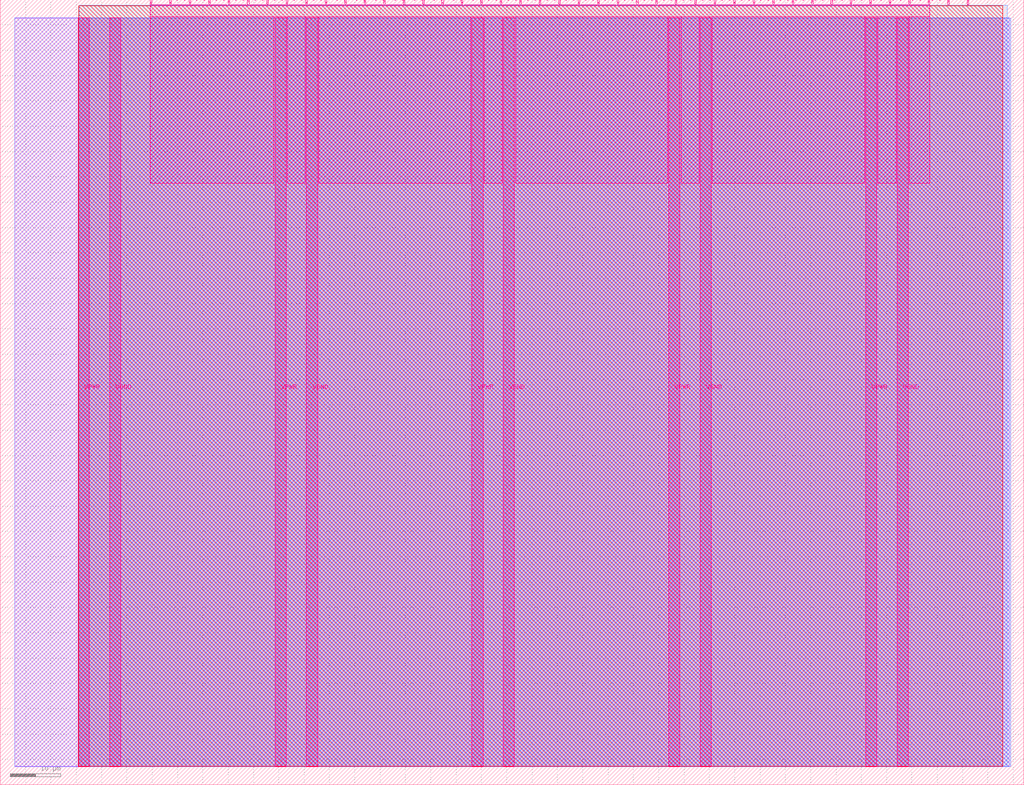
<source format=lef>
VERSION 5.7 ;
  NOWIREEXTENSIONATPIN ON ;
  DIVIDERCHAR "/" ;
  BUSBITCHARS "[]" ;
MACRO tt_um_i2s_to_pwm_arghunter
  CLASS BLOCK ;
  FOREIGN tt_um_i2s_to_pwm_arghunter ;
  ORIGIN 0.000 0.000 ;
  SIZE 202.080 BY 154.980 ;
  PIN VGND
    DIRECTION INOUT ;
    USE GROUND ;
    PORT
      LAYER Metal5 ;
        RECT 21.580 3.560 23.780 151.420 ;
    END
    PORT
      LAYER Metal5 ;
        RECT 60.450 3.560 62.650 151.420 ;
    END
    PORT
      LAYER Metal5 ;
        RECT 99.320 3.560 101.520 151.420 ;
    END
    PORT
      LAYER Metal5 ;
        RECT 138.190 3.560 140.390 151.420 ;
    END
    PORT
      LAYER Metal5 ;
        RECT 177.060 3.560 179.260 151.420 ;
    END
  END VGND
  PIN VPWR
    DIRECTION INOUT ;
    USE POWER ;
    PORT
      LAYER Metal5 ;
        RECT 15.380 3.560 17.580 151.420 ;
    END
    PORT
      LAYER Metal5 ;
        RECT 54.250 3.560 56.450 151.420 ;
    END
    PORT
      LAYER Metal5 ;
        RECT 93.120 3.560 95.320 151.420 ;
    END
    PORT
      LAYER Metal5 ;
        RECT 131.990 3.560 134.190 151.420 ;
    END
    PORT
      LAYER Metal5 ;
        RECT 170.860 3.560 173.060 151.420 ;
    END
  END VPWR
  PIN clk
    DIRECTION INPUT ;
    USE SIGNAL ;
    PORT
      LAYER Metal5 ;
        RECT 187.050 153.980 187.350 154.980 ;
    END
  END clk
  PIN ena
    DIRECTION INPUT ;
    USE SIGNAL ;
    PORT
      LAYER Metal5 ;
        RECT 190.890 153.980 191.190 154.980 ;
    END
  END ena
  PIN rst_n
    DIRECTION INPUT ;
    USE SIGNAL ;
    ANTENNAGATEAREA 0.180700 ;
    PORT
      LAYER Metal5 ;
        RECT 183.210 153.980 183.510 154.980 ;
    END
  END rst_n
  PIN ui_in[0]
    DIRECTION INPUT ;
    USE SIGNAL ;
    ANTENNAGATEAREA 0.180700 ;
    PORT
      LAYER Metal5 ;
        RECT 179.370 153.980 179.670 154.980 ;
    END
  END ui_in[0]
  PIN ui_in[1]
    DIRECTION INPUT ;
    USE SIGNAL ;
    ANTENNAGATEAREA 0.180700 ;
    PORT
      LAYER Metal5 ;
        RECT 175.530 153.980 175.830 154.980 ;
    END
  END ui_in[1]
  PIN ui_in[2]
    DIRECTION INPUT ;
    USE SIGNAL ;
    ANTENNAGATEAREA 0.180700 ;
    PORT
      LAYER Metal5 ;
        RECT 171.690 153.980 171.990 154.980 ;
    END
  END ui_in[2]
  PIN ui_in[3]
    DIRECTION INPUT ;
    USE SIGNAL ;
    PORT
      LAYER Metal5 ;
        RECT 167.850 153.980 168.150 154.980 ;
    END
  END ui_in[3]
  PIN ui_in[4]
    DIRECTION INPUT ;
    USE SIGNAL ;
    PORT
      LAYER Metal5 ;
        RECT 164.010 153.980 164.310 154.980 ;
    END
  END ui_in[4]
  PIN ui_in[5]
    DIRECTION INPUT ;
    USE SIGNAL ;
    PORT
      LAYER Metal5 ;
        RECT 160.170 153.980 160.470 154.980 ;
    END
  END ui_in[5]
  PIN ui_in[6]
    DIRECTION INPUT ;
    USE SIGNAL ;
    PORT
      LAYER Metal5 ;
        RECT 156.330 153.980 156.630 154.980 ;
    END
  END ui_in[6]
  PIN ui_in[7]
    DIRECTION INPUT ;
    USE SIGNAL ;
    PORT
      LAYER Metal5 ;
        RECT 152.490 153.980 152.790 154.980 ;
    END
  END ui_in[7]
  PIN uio_in[0]
    DIRECTION INPUT ;
    USE SIGNAL ;
    PORT
      LAYER Metal5 ;
        RECT 148.650 153.980 148.950 154.980 ;
    END
  END uio_in[0]
  PIN uio_in[1]
    DIRECTION INPUT ;
    USE SIGNAL ;
    PORT
      LAYER Metal5 ;
        RECT 144.810 153.980 145.110 154.980 ;
    END
  END uio_in[1]
  PIN uio_in[2]
    DIRECTION INPUT ;
    USE SIGNAL ;
    PORT
      LAYER Metal5 ;
        RECT 140.970 153.980 141.270 154.980 ;
    END
  END uio_in[2]
  PIN uio_in[3]
    DIRECTION INPUT ;
    USE SIGNAL ;
    PORT
      LAYER Metal5 ;
        RECT 137.130 153.980 137.430 154.980 ;
    END
  END uio_in[3]
  PIN uio_in[4]
    DIRECTION INPUT ;
    USE SIGNAL ;
    PORT
      LAYER Metal5 ;
        RECT 133.290 153.980 133.590 154.980 ;
    END
  END uio_in[4]
  PIN uio_in[5]
    DIRECTION INPUT ;
    USE SIGNAL ;
    PORT
      LAYER Metal5 ;
        RECT 129.450 153.980 129.750 154.980 ;
    END
  END uio_in[5]
  PIN uio_in[6]
    DIRECTION INPUT ;
    USE SIGNAL ;
    PORT
      LAYER Metal5 ;
        RECT 125.610 153.980 125.910 154.980 ;
    END
  END uio_in[6]
  PIN uio_in[7]
    DIRECTION INPUT ;
    USE SIGNAL ;
    PORT
      LAYER Metal5 ;
        RECT 121.770 153.980 122.070 154.980 ;
    END
  END uio_in[7]
  PIN uio_oe[0]
    DIRECTION OUTPUT ;
    USE SIGNAL ;
    ANTENNADIFFAREA 0.299200 ;
    PORT
      LAYER Metal5 ;
        RECT 56.490 153.980 56.790 154.980 ;
    END
  END uio_oe[0]
  PIN uio_oe[1]
    DIRECTION OUTPUT ;
    USE SIGNAL ;
    ANTENNADIFFAREA 0.299200 ;
    PORT
      LAYER Metal5 ;
        RECT 52.650 153.980 52.950 154.980 ;
    END
  END uio_oe[1]
  PIN uio_oe[2]
    DIRECTION OUTPUT ;
    USE SIGNAL ;
    ANTENNADIFFAREA 0.299200 ;
    PORT
      LAYER Metal5 ;
        RECT 48.810 153.980 49.110 154.980 ;
    END
  END uio_oe[2]
  PIN uio_oe[3]
    DIRECTION OUTPUT ;
    USE SIGNAL ;
    ANTENNADIFFAREA 0.299200 ;
    PORT
      LAYER Metal5 ;
        RECT 44.970 153.980 45.270 154.980 ;
    END
  END uio_oe[3]
  PIN uio_oe[4]
    DIRECTION OUTPUT ;
    USE SIGNAL ;
    ANTENNADIFFAREA 0.299200 ;
    PORT
      LAYER Metal5 ;
        RECT 41.130 153.980 41.430 154.980 ;
    END
  END uio_oe[4]
  PIN uio_oe[5]
    DIRECTION OUTPUT ;
    USE SIGNAL ;
    ANTENNADIFFAREA 0.299200 ;
    PORT
      LAYER Metal5 ;
        RECT 37.290 153.980 37.590 154.980 ;
    END
  END uio_oe[5]
  PIN uio_oe[6]
    DIRECTION OUTPUT ;
    USE SIGNAL ;
    ANTENNADIFFAREA 0.299200 ;
    PORT
      LAYER Metal5 ;
        RECT 33.450 153.980 33.750 154.980 ;
    END
  END uio_oe[6]
  PIN uio_oe[7]
    DIRECTION OUTPUT ;
    USE SIGNAL ;
    ANTENNADIFFAREA 0.299200 ;
    PORT
      LAYER Metal5 ;
        RECT 29.610 153.980 29.910 154.980 ;
    END
  END uio_oe[7]
  PIN uio_out[0]
    DIRECTION OUTPUT ;
    USE SIGNAL ;
    ANTENNADIFFAREA 0.299200 ;
    PORT
      LAYER Metal5 ;
        RECT 87.210 153.980 87.510 154.980 ;
    END
  END uio_out[0]
  PIN uio_out[1]
    DIRECTION OUTPUT ;
    USE SIGNAL ;
    ANTENNADIFFAREA 0.299200 ;
    PORT
      LAYER Metal5 ;
        RECT 83.370 153.980 83.670 154.980 ;
    END
  END uio_out[1]
  PIN uio_out[2]
    DIRECTION OUTPUT ;
    USE SIGNAL ;
    ANTENNADIFFAREA 0.299200 ;
    PORT
      LAYER Metal5 ;
        RECT 79.530 153.980 79.830 154.980 ;
    END
  END uio_out[2]
  PIN uio_out[3]
    DIRECTION OUTPUT ;
    USE SIGNAL ;
    ANTENNADIFFAREA 0.299200 ;
    PORT
      LAYER Metal5 ;
        RECT 75.690 153.980 75.990 154.980 ;
    END
  END uio_out[3]
  PIN uio_out[4]
    DIRECTION OUTPUT ;
    USE SIGNAL ;
    ANTENNADIFFAREA 0.299200 ;
    PORT
      LAYER Metal5 ;
        RECT 71.850 153.980 72.150 154.980 ;
    END
  END uio_out[4]
  PIN uio_out[5]
    DIRECTION OUTPUT ;
    USE SIGNAL ;
    ANTENNADIFFAREA 0.299200 ;
    PORT
      LAYER Metal5 ;
        RECT 68.010 153.980 68.310 154.980 ;
    END
  END uio_out[5]
  PIN uio_out[6]
    DIRECTION OUTPUT ;
    USE SIGNAL ;
    ANTENNADIFFAREA 0.299200 ;
    PORT
      LAYER Metal5 ;
        RECT 64.170 153.980 64.470 154.980 ;
    END
  END uio_out[6]
  PIN uio_out[7]
    DIRECTION OUTPUT ;
    USE SIGNAL ;
    ANTENNADIFFAREA 0.299200 ;
    PORT
      LAYER Metal5 ;
        RECT 60.330 153.980 60.630 154.980 ;
    END
  END uio_out[7]
  PIN uo_out[0]
    DIRECTION OUTPUT ;
    USE SIGNAL ;
    ANTENNADIFFAREA 0.654800 ;
    PORT
      LAYER Metal5 ;
        RECT 117.930 153.980 118.230 154.980 ;
    END
  END uo_out[0]
  PIN uo_out[1]
    DIRECTION OUTPUT ;
    USE SIGNAL ;
    ANTENNADIFFAREA 0.654800 ;
    PORT
      LAYER Metal5 ;
        RECT 114.090 153.980 114.390 154.980 ;
    END
  END uo_out[1]
  PIN uo_out[2]
    DIRECTION OUTPUT ;
    USE SIGNAL ;
    ANTENNADIFFAREA 0.299200 ;
    PORT
      LAYER Metal5 ;
        RECT 110.250 153.980 110.550 154.980 ;
    END
  END uo_out[2]
  PIN uo_out[3]
    DIRECTION OUTPUT ;
    USE SIGNAL ;
    ANTENNADIFFAREA 0.299200 ;
    PORT
      LAYER Metal5 ;
        RECT 106.410 153.980 106.710 154.980 ;
    END
  END uo_out[3]
  PIN uo_out[4]
    DIRECTION OUTPUT ;
    USE SIGNAL ;
    ANTENNADIFFAREA 0.299200 ;
    PORT
      LAYER Metal5 ;
        RECT 102.570 153.980 102.870 154.980 ;
    END
  END uo_out[4]
  PIN uo_out[5]
    DIRECTION OUTPUT ;
    USE SIGNAL ;
    ANTENNADIFFAREA 0.299200 ;
    PORT
      LAYER Metal5 ;
        RECT 98.730 153.980 99.030 154.980 ;
    END
  END uo_out[5]
  PIN uo_out[6]
    DIRECTION OUTPUT ;
    USE SIGNAL ;
    ANTENNADIFFAREA 0.299200 ;
    PORT
      LAYER Metal5 ;
        RECT 94.890 153.980 95.190 154.980 ;
    END
  END uo_out[6]
  PIN uo_out[7]
    DIRECTION OUTPUT ;
    USE SIGNAL ;
    ANTENNADIFFAREA 0.299200 ;
    PORT
      LAYER Metal5 ;
        RECT 91.050 153.980 91.350 154.980 ;
    END
  END uo_out[7]
  OBS
      LAYER GatPoly ;
        RECT 2.880 3.630 199.200 151.350 ;
      LAYER Metal1 ;
        RECT 2.880 3.560 199.200 151.420 ;
      LAYER Metal2 ;
        RECT 15.515 3.680 199.475 151.300 ;
      LAYER Metal3 ;
        RECT 15.560 3.635 198.820 153.865 ;
      LAYER Metal4 ;
        RECT 15.515 3.680 197.905 153.820 ;
      LAYER Metal5 ;
        RECT 30.120 153.770 33.240 153.980 ;
        RECT 33.960 153.770 37.080 153.980 ;
        RECT 37.800 153.770 40.920 153.980 ;
        RECT 41.640 153.770 44.760 153.980 ;
        RECT 45.480 153.770 48.600 153.980 ;
        RECT 49.320 153.770 52.440 153.980 ;
        RECT 53.160 153.770 56.280 153.980 ;
        RECT 57.000 153.770 60.120 153.980 ;
        RECT 60.840 153.770 63.960 153.980 ;
        RECT 64.680 153.770 67.800 153.980 ;
        RECT 68.520 153.770 71.640 153.980 ;
        RECT 72.360 153.770 75.480 153.980 ;
        RECT 76.200 153.770 79.320 153.980 ;
        RECT 80.040 153.770 83.160 153.980 ;
        RECT 83.880 153.770 87.000 153.980 ;
        RECT 87.720 153.770 90.840 153.980 ;
        RECT 91.560 153.770 94.680 153.980 ;
        RECT 95.400 153.770 98.520 153.980 ;
        RECT 99.240 153.770 102.360 153.980 ;
        RECT 103.080 153.770 106.200 153.980 ;
        RECT 106.920 153.770 110.040 153.980 ;
        RECT 110.760 153.770 113.880 153.980 ;
        RECT 114.600 153.770 117.720 153.980 ;
        RECT 118.440 153.770 121.560 153.980 ;
        RECT 122.280 153.770 125.400 153.980 ;
        RECT 126.120 153.770 129.240 153.980 ;
        RECT 129.960 153.770 133.080 153.980 ;
        RECT 133.800 153.770 136.920 153.980 ;
        RECT 137.640 153.770 140.760 153.980 ;
        RECT 141.480 153.770 144.600 153.980 ;
        RECT 145.320 153.770 148.440 153.980 ;
        RECT 149.160 153.770 152.280 153.980 ;
        RECT 153.000 153.770 156.120 153.980 ;
        RECT 156.840 153.770 159.960 153.980 ;
        RECT 160.680 153.770 163.800 153.980 ;
        RECT 164.520 153.770 167.640 153.980 ;
        RECT 168.360 153.770 171.480 153.980 ;
        RECT 172.200 153.770 175.320 153.980 ;
        RECT 176.040 153.770 179.160 153.980 ;
        RECT 179.880 153.770 183.000 153.980 ;
        RECT 29.660 151.630 183.460 153.770 ;
        RECT 29.660 118.715 54.040 151.630 ;
        RECT 56.660 118.715 60.240 151.630 ;
        RECT 62.860 118.715 92.910 151.630 ;
        RECT 95.530 118.715 99.110 151.630 ;
        RECT 101.730 118.715 131.780 151.630 ;
        RECT 134.400 118.715 137.980 151.630 ;
        RECT 140.600 118.715 170.650 151.630 ;
        RECT 173.270 118.715 176.850 151.630 ;
        RECT 179.470 118.715 183.460 151.630 ;
  END
END tt_um_i2s_to_pwm_arghunter
END LIBRARY


</source>
